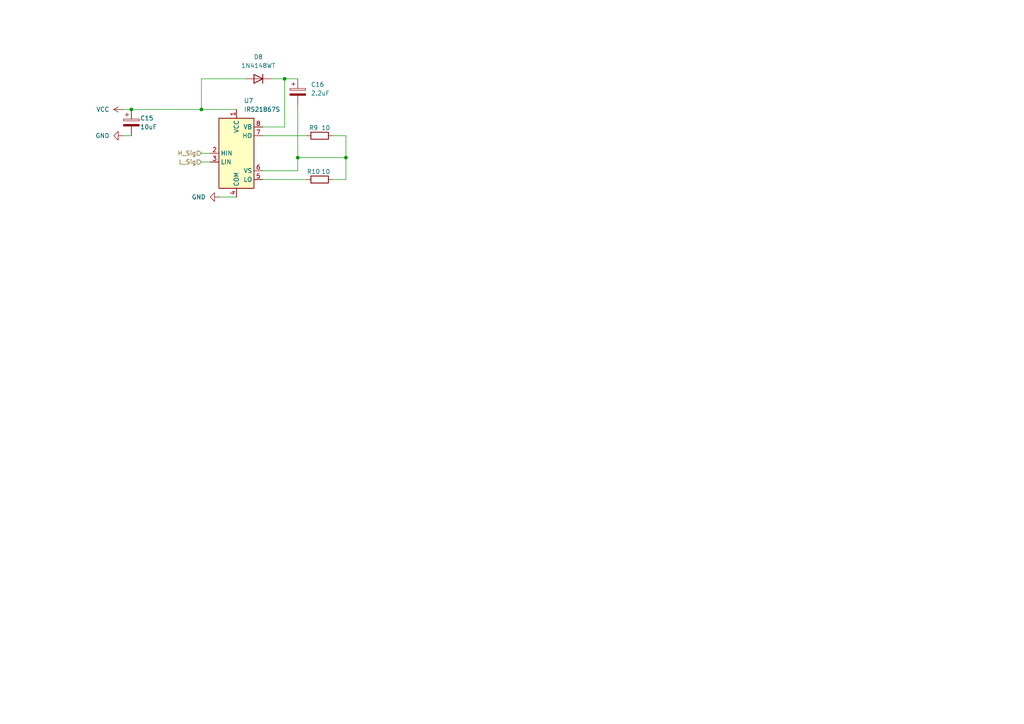
<source format=kicad_sch>
(kicad_sch (version 20250114) (generator "eeschema") (generator_version "9.0")
  (paper "A4")
  (lib_symbols
    (symbol "Device:C_Polarized" (pin_numbers (hide yes)) (pin_names (offset 0.254))
      (property "Reference" "C" (at 0.635 2.54 0))
      (property "Value" "C_Polarized" (at 0.635 -2.54 0))
      (symbol "C_Polarized_0_1"
        (rectangle (start -2.286 0.508) (end 2.286 1.016))
        (polyline (pts (xy -1.778 2.286) (xy -0.762 2.286)))
        (polyline (pts (xy -1.27 2.794) (xy -1.27 1.778)))
        (rectangle (start 2.286 -0.508) (end -2.286 -1.016) (fill (type outline)))
      )
      (symbol "C_Polarized_1_1"
        (pin passive line (at 0 3.81 270) (length 2.794) (name "~") (number "1"))
        (pin passive line (at 0 -3.81 90) (length 2.794) (name "~") (number "2"))
      )
    )
    (symbol "Device:R" (pin_numbers (hide yes)) (pin_names (offset 0))
      (property "Reference" "R" (at 2.032 0 90))
      (property "Value" "R" (at 0 0 90))
      (symbol "R_0_1"
        (rectangle (start -1.016 -2.54) (end 1.016 2.54) (stroke (width 0.254)))
      )
      (symbol "R_1_1"
        (pin passive line (at 0 3.81 270) (length 1.27) (name "~") (number "1"))
        (pin passive line (at 0 -3.81 90) (length 1.27) (name "~") (number "2"))
      )
    )
    (symbol "Diode:1N4148WT" (pin_numbers (hide yes)) (pin_names (hide yes))
      (property "Reference" "D" (at 0 2.54 0))
      (property "Value" "1N4148WT" (at 0 -2.54 0))
      (symbol "1N4148WT_0_1"
        (polyline (pts (xy -1.27 1.27) (xy -1.27 -1.27)) (stroke (width 0.254)))
        (polyline (pts (xy 1.27 1.27) (xy 1.27 -1.27) (xy -1.27 0) (xy 1.27 1.27)) (stroke (width 0.254)))
        (polyline (pts (xy 1.27 0) (xy -1.27 0)))
      )
      (symbol "1N4148WT_1_1"
        (pin passive line (at -3.81 0 0) (length 2.54) (name "K") (number "1"))
        (pin passive line (at 3.81 0 180) (length 2.54) (name "A") (number "2"))
      )
    )
    (symbol "Driver_FET:IRS21867S"
      (property "Reference" "U" (at 1.27 13.335 0))
      (property "Value" "IRS21867S" (at 1.27 11.43 0))
      (symbol "IRS21867S_0_1"
        (rectangle (start -5.08 -10.16) (end 5.08 10.16) (stroke (width 0.254)) (fill (type background)))
      )
      (symbol "IRS21867S_1_1"
        (pin input line (at -7.62 0 0) (length 2.54) (name "HIN") (number "2"))
        (pin input line (at -7.62 -2.54 0) (length 2.54) (name "LIN") (number "3"))
        (pin power_in line (at 0 12.7 270) (length 2.54) (name "VCC") (number "1"))
        (pin power_in line (at 0 -12.7 90) (length 2.54) (name "COM") (number "4"))
        (pin passive line (at 7.62 7.62 180) (length 2.54) (name "VB") (number "8"))
        (pin output line (at 7.62 5.08 180) (length 2.54) (name "HO") (number "7"))
        (pin passive line (at 7.62 -5.08 180) (length 2.54) (name "VS") (number "6"))
        (pin output line (at 7.62 -7.62 180) (length 2.54) (name "LO") (number "5"))
      )
    )
    (symbol "power:GND" (power) (pin_numbers (hide yes)) (pin_names (offset 0) (hide yes))
      (property "Value" "GND" (at 0 -3.81 0))
      (symbol "GND_0_1"
        (polyline (pts (xy 0 0) (xy 0 -1.27) (xy 1.27 -1.27) (xy 0 -2.54) (xy -1.27 -1.27) (xy 0 -1.27)))
      )
      (symbol "GND_1_1"
        (pin power_in line (at 0 0 270) (length 0) (name "~") (number "1"))
      )
    )
    (symbol "power:VCC" (power) (pin_numbers (hide yes)) (pin_names (offset 0) (hide yes))
      (property "Value" "VCC" (at 0 3.556 0))
      (symbol "VCC_0_1"
        (polyline (pts (xy -0.762 1.27) (xy 0 2.54)))
        (polyline (pts (xy 0 2.54) (xy 0.762 1.27)))
        (polyline (pts (xy 0 0) (xy 0 2.54)))
      )
      (symbol "VCC_1_1"
        (pin power_in line (at 0 0 90) (length 0) (name "~") (number "1"))
      )
    )
  )
  (junction (at 82.55 22.86))
  (junction (at 38.1 31.75))
  (junction (at 58.42 31.75))
  (junction (at 100.33 45.72))
  (junction (at 86.36 45.72))
  (wire (pts (xy 82.55 22.86) (xy 86.36 22.86)))
  (wire (pts (xy 58.42 46.99) (xy 60.96 46.99)))
  (wire (pts (xy 38.1 31.75) (xy 58.42 31.75)))
  (wire (pts (xy 82.55 36.83) (xy 82.55 22.86)))
  (wire (pts (xy 35.56 31.75) (xy 38.1 31.75)))
  (wire (pts (xy 82.55 22.86) (xy 78.74 22.86)))
  (wire (pts (xy 100.33 52.07) (xy 100.33 45.72)))
  (wire (pts (xy 76.2 52.07) (xy 88.9 52.07)))
  (wire (pts (xy 100.33 39.37) (xy 100.33 45.72)))
  (wire (pts (xy 71.12 22.86) (xy 58.42 22.86)))
  (wire (pts (xy 58.42 31.75) (xy 68.58 31.75)))
  (wire (pts (xy 100.33 39.37) (xy 96.52 39.37)))
  (wire (pts (xy 76.2 39.37) (xy 88.9 39.37)))
  (wire (pts (xy 58.42 22.86) (xy 58.42 31.75)))
  (wire (pts (xy 96.52 52.07) (xy 100.33 52.07)))
  (wire (pts (xy 86.36 45.72) (xy 86.36 49.53)))
  (wire (pts (xy 58.42 44.45) (xy 60.96 44.45)))
  (wire (pts (xy 35.56 39.37) (xy 38.1 39.37)))
  (wire (pts (xy 86.36 30.48) (xy 86.36 45.72)))
  (wire (pts (xy 76.2 36.83) (xy 82.55 36.83)))
  (wire (pts (xy 86.36 49.53) (xy 76.2 49.53)))
  (wire (pts (xy 63.5 57.15) (xy 68.58 57.15)))
  (wire (pts (xy 86.36 45.72) (xy 100.33 45.72)))
  (hierarchical_label "H_Sig" (shape input) (at 58.42 44.45 180))
  (hierarchical_label "L_Sig" (shape input) (at 58.42 46.99 180))
  (symbol (lib_id "Device:R") (at 92.71 52.07 90) (unit 1)
    (property "Reference" "R10" (at 90.932 49.784 90))
    (property "Value" "10" (at 94.488 49.784 90))
    (property "Description" "Resistor" (effects (hide yes)))
  )
  (symbol (lib_id "power:VCC") (at 35.56 31.75 90) (unit 1)
    (property "Reference" "#PWR035" (effects (hide yes)))
    (property "Value" "VCC" (at 31.75 31.7499 90) (effects (justify left)))
    (property "Description" "Power symbol creates a global label with name \"VCC\"" (effects (hide yes)))
  )
  (symbol (lib_id "power:GND") (at 35.56 39.37 270) (unit 1)
    (property "Reference" "#PWR036" (effects (hide yes)))
    (property "Value" "GND" (at 31.75 39.3699 90) (effects (justify right)))
    (property "Description" "Power symbol creates a global label with name \"GND\" , ground" (effects (hide yes)))
  )
  (symbol (lib_id "power:GND") (at 63.5 57.15 270) (unit 1)
    (property "Reference" "#PWR037" (effects (hide yes)))
    (property "Value" "GND" (at 59.69 57.1499 90) (effects (justify right)))
    (property "Description" "Power symbol creates a global label with name \"GND\" , ground" (effects (hide yes)))
  )
  (symbol (lib_id "Device:C_Polarized") (at 38.1 35.56 0) (unit 1)
    (property "Reference" "C15" (at 40.64 34.29 0) (effects (justify left)))
    (property "Value" "10uF" (at 40.64 36.83 0) (effects (justify left)))
    (property "Description" "Polarized capacitor" (effects (hide yes)))
  )
  (symbol (lib_id "Device:C_Polarized") (at 86.36 26.67 0) (unit 1)
    (property "Reference" "C16" (at 90.17 24.5109 0) (effects (justify left)))
    (property "Value" "2.2uF" (at 90.17 27.0509 0) (effects (justify left)))
    (property "Description" "Polarized capacitor" (effects (hide yes)))
  )
  (symbol (lib_id "Driver_FET:IRS21867S") (at 68.58 44.45 0) (unit 1)
    (property "Reference" "U7" (at 70.7233 29.21 0) (effects (justify left)))
    (property "Value" "IRS21867S" (at 70.7233 31.75 0) (effects (justify left)))
    (property "Footprint" "Package_SO:SOIC-8_3.9x4.9mm_P1.27mm" (effects (hide yes)))
    (property "Datasheet" "http://www.infineon.com/dgdl/irs21867spbf.pdf?fileId=5546d462533600a4015356770e8327eb" (effects (hide yes)))
    (property "Description" "High and Low Side Driver, 600V, 4.0/4.0A, SOIC-8" (effects (hide yes)))
  )
  (symbol (lib_id "Device:R") (at 92.71 39.37 90) (unit 1)
    (property "Reference" "R9" (at 90.932 37.084 90))
    (property "Value" "10" (at 94.488 37.084 90))
    (property "Description" "Resistor" (effects (hide yes)))
  )
  (symbol (lib_id "Diode:1N4148WT") (at 74.93 22.86 180) (unit 1)
    (property "Reference" "D8" (at 74.93 16.51 0))
    (property "Value" "1N4148WT" (at 74.93 19.05 0))
    (property "Footprint" "Diode_SMD:D_SOD-523" (effects (hide yes)))
    (property "Datasheet" "https://www.diodes.com/assets/Datasheets/ds30396.pdf" (effects (hide yes)))
    (property "Description" "75V 0.15A Fast switching Diode, SOD-523" (effects (hide yes)))
    (property "Sim.Device" "D" (effects (hide yes)))
    (property "Sim.Pins" "1=K 2=A" (effects (hide yes)))
  )
)
</source>
